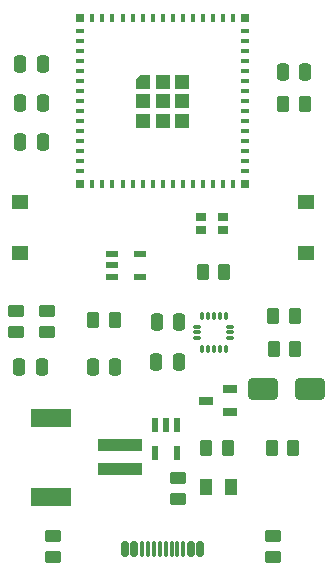
<source format=gtp>
G04 #@! TF.GenerationSoftware,KiCad,Pcbnew,8.0.0-rc2-494-g6bc7bcffef*
G04 #@! TF.CreationDate,2024-03-15T23:56:00+00:00*
G04 #@! TF.ProjectId,Wakeboard,57616b65-626f-4617-9264-2e6b69636164,rev?*
G04 #@! TF.SameCoordinates,Original*
G04 #@! TF.FileFunction,Paste,Top*
G04 #@! TF.FilePolarity,Positive*
%FSLAX46Y46*%
G04 Gerber Fmt 4.6, Leading zero omitted, Abs format (unit mm)*
G04 Created by KiCad (PCBNEW 8.0.0-rc2-494-g6bc7bcffef) date 2024-03-15 23:56:00*
%MOMM*%
%LPD*%
G01*
G04 APERTURE LIST*
G04 Aperture macros list*
%AMRoundRect*
0 Rectangle with rounded corners*
0 $1 Rounding radius*
0 $2 $3 $4 $5 $6 $7 $8 $9 X,Y pos of 4 corners*
0 Add a 4 corners polygon primitive as box body*
4,1,4,$2,$3,$4,$5,$6,$7,$8,$9,$2,$3,0*
0 Add four circle primitives for the rounded corners*
1,1,$1+$1,$2,$3*
1,1,$1+$1,$4,$5*
1,1,$1+$1,$6,$7*
1,1,$1+$1,$8,$9*
0 Add four rect primitives between the rounded corners*
20,1,$1+$1,$2,$3,$4,$5,0*
20,1,$1+$1,$4,$5,$6,$7,0*
20,1,$1+$1,$6,$7,$8,$9,0*
20,1,$1+$1,$8,$9,$2,$3,0*%
%AMOutline5P*
0 Free polygon, 5 corners , with rotation*
0 The origin of the aperture is its center*
0 number of corners: always 5*
0 $1 to $10 corner X, Y*
0 $11 Rotation angle, in degrees counterclockwise*
0 create outline with 5 corners*
4,1,5,$1,$2,$3,$4,$5,$6,$7,$8,$9,$10,$1,$2,$11*%
%AMOutline6P*
0 Free polygon, 6 corners , with rotation*
0 The origin of the aperture is its center*
0 number of corners: always 6*
0 $1 to $12 corner X, Y*
0 $13 Rotation angle, in degrees counterclockwise*
0 create outline with 6 corners*
4,1,6,$1,$2,$3,$4,$5,$6,$7,$8,$9,$10,$11,$12,$1,$2,$13*%
%AMOutline7P*
0 Free polygon, 7 corners , with rotation*
0 The origin of the aperture is its center*
0 number of corners: always 7*
0 $1 to $14 corner X, Y*
0 $15 Rotation angle, in degrees counterclockwise*
0 create outline with 7 corners*
4,1,7,$1,$2,$3,$4,$5,$6,$7,$8,$9,$10,$11,$12,$13,$14,$1,$2,$15*%
%AMOutline8P*
0 Free polygon, 8 corners , with rotation*
0 The origin of the aperture is its center*
0 number of corners: always 8*
0 $1 to $16 corner X, Y*
0 $17 Rotation angle, in degrees counterclockwise*
0 create outline with 8 corners*
4,1,8,$1,$2,$3,$4,$5,$6,$7,$8,$9,$10,$11,$12,$13,$14,$15,$16,$1,$2,$17*%
G04 Aperture macros list end*
%ADD10RoundRect,0.250000X-0.450000X0.262500X-0.450000X-0.262500X0.450000X-0.262500X0.450000X0.262500X0*%
%ADD11R,0.800000X0.400000*%
%ADD12R,0.400000X0.800000*%
%ADD13Outline5P,-0.600000X0.204000X-0.204000X0.600000X0.600000X0.600000X0.600000X-0.600000X-0.600000X-0.600000X0.000000*%
%ADD14R,1.200000X1.200000*%
%ADD15R,0.800000X0.800000*%
%ADD16R,1.250000X0.700000*%
%ADD17RoundRect,0.150000X-0.150000X-0.500000X0.150000X-0.500000X0.150000X0.500000X-0.150000X0.500000X0*%
%ADD18RoundRect,0.075000X-0.075000X-0.575000X0.075000X-0.575000X0.075000X0.575000X-0.075000X0.575000X0*%
%ADD19RoundRect,0.250000X-0.262500X-0.450000X0.262500X-0.450000X0.262500X0.450000X-0.262500X0.450000X0*%
%ADD20R,1.360000X1.230000*%
%ADD21RoundRect,0.250000X-0.250000X-0.475000X0.250000X-0.475000X0.250000X0.475000X-0.250000X0.475000X0*%
%ADD22RoundRect,0.250000X0.250000X0.475000X-0.250000X0.475000X-0.250000X-0.475000X0.250000X-0.475000X0*%
%ADD23RoundRect,0.250000X-1.000000X-0.650000X1.000000X-0.650000X1.000000X0.650000X-1.000000X0.650000X0*%
%ADD24R,1.050000X0.530000*%
%ADD25R,3.800000X1.000000*%
%ADD26R,3.400000X1.500000*%
%ADD27R,0.900000X0.700000*%
%ADD28RoundRect,0.250000X0.262500X0.450000X-0.262500X0.450000X-0.262500X-0.450000X0.262500X-0.450000X0*%
%ADD29R,1.000000X1.400000*%
%ADD30R,0.490000X1.160000*%
%ADD31R,0.490000X1.180000*%
%ADD32RoundRect,0.250000X0.450000X-0.262500X0.450000X0.262500X-0.450000X0.262500X-0.450000X-0.262500X0*%
%ADD33O,0.280000X0.800000*%
%ADD34O,0.800000X0.280000*%
G04 APERTURE END LIST*
D10*
X136800000Y-93087500D03*
X136800000Y-94912500D03*
X115100000Y-74050000D03*
X115100000Y-75875000D03*
D11*
X120500000Y-50350000D03*
X120500000Y-51200000D03*
X120500000Y-52050000D03*
X120500000Y-52900000D03*
X120500000Y-53750000D03*
X120500000Y-54600000D03*
X120500000Y-55450000D03*
X120500000Y-56300000D03*
X120500000Y-57150000D03*
X120500000Y-58000000D03*
X120500000Y-58850000D03*
X120500000Y-59700000D03*
X120500000Y-60550000D03*
X120500000Y-61400000D03*
X120500000Y-62250000D03*
D12*
X121550000Y-63300000D03*
X122400000Y-63300000D03*
X123250000Y-63300000D03*
X124100000Y-63300000D03*
X124950000Y-63300000D03*
X125800000Y-63300000D03*
X126650000Y-63300000D03*
X127500000Y-63300000D03*
X128350000Y-63300000D03*
X129200000Y-63300000D03*
X130050000Y-63300000D03*
X130900000Y-63300000D03*
X131750000Y-63300000D03*
X132600000Y-63300000D03*
X133450000Y-63300000D03*
D11*
X134500000Y-62250000D03*
X134500000Y-61400000D03*
X134500000Y-60550000D03*
X134500000Y-59700000D03*
X134500000Y-58850000D03*
X134500000Y-58000000D03*
X134500000Y-57150000D03*
X134500000Y-56300000D03*
X134500000Y-55450000D03*
X134500000Y-54600000D03*
X134500000Y-53750000D03*
X134500000Y-52900000D03*
X134500000Y-52050000D03*
X134500000Y-51200000D03*
X134500000Y-50350000D03*
D12*
X133450000Y-49300000D03*
X132600000Y-49300000D03*
X131750000Y-49300000D03*
X130900000Y-49300000D03*
X130050000Y-49300000D03*
X129200000Y-49300000D03*
X128350000Y-49300000D03*
X127500000Y-49300000D03*
X126650000Y-49300000D03*
X125800000Y-49300000D03*
X124950000Y-49300000D03*
X124100000Y-49300000D03*
X123250000Y-49300000D03*
X122400000Y-49300000D03*
X121550000Y-49300000D03*
D13*
X125850000Y-54650000D03*
D14*
X125850000Y-56300000D03*
X125850000Y-57950000D03*
X127500000Y-54650000D03*
X127500000Y-56300000D03*
X127500000Y-57950000D03*
X129150000Y-54650000D03*
X129150000Y-56300000D03*
X129150000Y-57950000D03*
D15*
X120500000Y-49300000D03*
X120500000Y-63300000D03*
X134500000Y-63300000D03*
X134500000Y-49300000D03*
D10*
X128800000Y-88187500D03*
X128800000Y-90012500D03*
D16*
X133200000Y-82600000D03*
X133200000Y-80700000D03*
X131200000Y-81650000D03*
D17*
X124300000Y-94250000D03*
X125100000Y-94250000D03*
D18*
X126250000Y-94250000D03*
X127250000Y-94250000D03*
X127750000Y-94250000D03*
X128750000Y-94250000D03*
D17*
X129900000Y-94250000D03*
X130700000Y-94250000D03*
X130700000Y-94250000D03*
X129900000Y-94250000D03*
D18*
X129250000Y-94250000D03*
X128250000Y-94250000D03*
X126750000Y-94250000D03*
X125750000Y-94250000D03*
D17*
X125100000Y-94250000D03*
X124300000Y-94250000D03*
D19*
X121637500Y-74800000D03*
X123462500Y-74800000D03*
D20*
X115400000Y-69180000D03*
X115400000Y-64820000D03*
D21*
X121600000Y-78800000D03*
X123500000Y-78800000D03*
D22*
X117348000Y-59748000D03*
X115448000Y-59748000D03*
X117348000Y-56446000D03*
X115448000Y-56446000D03*
D20*
X139600000Y-69180000D03*
X139600000Y-64820000D03*
D10*
X118200000Y-93087500D03*
X118200000Y-94912500D03*
D23*
X136000000Y-80700000D03*
X140000000Y-80700000D03*
D24*
X123250000Y-69250000D03*
X123250000Y-70200000D03*
X123250000Y-71150000D03*
X125550000Y-71150000D03*
X125550000Y-69250000D03*
D25*
X123930000Y-85450000D03*
X123930000Y-87450000D03*
D26*
X118070000Y-89800000D03*
X118070000Y-83100000D03*
D27*
X130730000Y-66150000D03*
X130730000Y-67250000D03*
X132570000Y-67250000D03*
X132570000Y-66150000D03*
D22*
X128891097Y-75034188D03*
X126991097Y-75034188D03*
D28*
X133012500Y-85700000D03*
X131187500Y-85700000D03*
D29*
X133250000Y-89000000D03*
X131150000Y-89000000D03*
D21*
X115350000Y-78800000D03*
X117250000Y-78800000D03*
X137650000Y-53850000D03*
X139550000Y-53850000D03*
D30*
X128750000Y-83750000D03*
X127800000Y-83750000D03*
X126850000Y-83750000D03*
D31*
X126850000Y-86050000D03*
X128750000Y-86050000D03*
D32*
X117700000Y-75875000D03*
X117700000Y-74050000D03*
D22*
X128858902Y-78401495D03*
X126958902Y-78401495D03*
D28*
X132712500Y-70750000D03*
X130887500Y-70750000D03*
D19*
X137687500Y-56550000D03*
X139512500Y-56550000D03*
D22*
X117348000Y-53144000D03*
X115448000Y-53144000D03*
D33*
X130827500Y-77282498D03*
X131327500Y-77282498D03*
X131827500Y-77282498D03*
X132327500Y-77282498D03*
X132827500Y-77282498D03*
D34*
X133227500Y-76382498D03*
X133227500Y-75882498D03*
X133227500Y-75382498D03*
D33*
X132827500Y-74482498D03*
X132327500Y-74482498D03*
X131827500Y-74482498D03*
X131327500Y-74482498D03*
X130827500Y-74482498D03*
D34*
X130427500Y-75382498D03*
X130427500Y-75882498D03*
X130427500Y-76382498D03*
D19*
X136850000Y-74450000D03*
X138675000Y-74450000D03*
X136887500Y-77250000D03*
X138712500Y-77250000D03*
X138550000Y-85700000D03*
X136725000Y-85700000D03*
M02*

</source>
